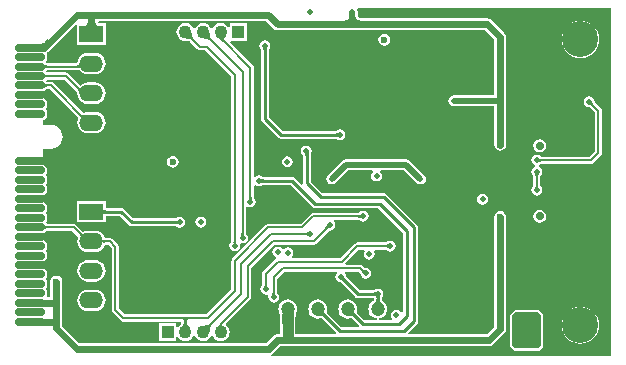
<source format=gbl>
G04*
G04 #@! TF.GenerationSoftware,Altium Limited,Altium Designer,19.0.4 (130)*
G04*
G04 Layer_Physical_Order=4*
G04 Layer_Color=8388608*
%FSLAX25Y25*%
%MOIN*%
G70*
G01*
G75*
%ADD10C,0.02362*%
%ADD11C,0.00787*%
%ADD13C,0.01000*%
G04:AMPARAMS|DCode=25|XSize=23.62mil|YSize=100.39mil|CornerRadius=0mil|HoleSize=0mil|Usage=FLASHONLY|Rotation=270.000|XOffset=0mil|YOffset=0mil|HoleType=Round|Shape=Octagon|*
%AMOCTAGOND25*
4,1,8,0.05020,0.00591,0.05020,-0.00591,0.04429,-0.01181,-0.04429,-0.01181,-0.05020,-0.00591,-0.05020,0.00591,-0.04429,0.01181,0.04429,0.01181,0.05020,0.00591,0.0*
%
%ADD25OCTAGOND25*%

%ADD60C,0.01968*%
%ADD62C,0.03543*%
%ADD65C,0.01575*%
%ADD66O,0.07874X0.05512*%
%ADD67R,0.07874X0.05512*%
%ADD68C,0.12000*%
%ADD69C,0.04331*%
%ADD70R,0.04331X0.04331*%
%ADD71C,0.02756*%
%ADD72O,0.06299X0.03937*%
%ADD73O,0.08268X0.03937*%
%ADD74C,0.02000*%
%ADD75C,0.02362*%
%ADD85C,0.04724*%
G36*
X27429Y113017D02*
X27465Y112614D01*
X27524Y112258D01*
X27606Y111949D01*
X27713Y111688D01*
X27843Y111474D01*
X27996Y111308D01*
X28173Y111189D01*
X28374Y111118D01*
X28598Y111094D01*
X23874D01*
X24098Y111118D01*
X24299Y111189D01*
X24476Y111308D01*
X24630Y111474D01*
X24760Y111688D01*
X24866Y111949D01*
X24949Y112258D01*
X25008Y112614D01*
X25043Y113017D01*
X25055Y113468D01*
X27417D01*
X27429Y113017D01*
D02*
G37*
G36*
X114252Y114413D02*
X114323Y114079D01*
X114441Y113784D01*
X114606Y113528D01*
X114819Y113311D01*
X115079Y113134D01*
X115386Y112996D01*
X115740Y112898D01*
X116142Y112839D01*
X116590Y112819D01*
X113244Y110457D01*
X109898Y112819D01*
X110346Y112839D01*
X110748Y112898D01*
X111102Y112996D01*
X111409Y113134D01*
X111669Y113311D01*
X111882Y113528D01*
X112047Y113783D01*
X112165Y114079D01*
X112236Y114413D01*
X112260Y114787D01*
X114228D01*
X114252Y114413D01*
D02*
G37*
G36*
X65617Y108729D02*
X65656Y108182D01*
X65693Y107940D01*
X65741Y107717D01*
X65800Y107515D01*
X65871Y107333D01*
X65953Y107171D01*
X66047Y107030D01*
X66151Y106909D01*
X65595Y106352D01*
X65474Y106457D01*
X65333Y106551D01*
X65171Y106633D01*
X64989Y106704D01*
X64787Y106763D01*
X64565Y106811D01*
X64322Y106848D01*
X64058Y106873D01*
X63471Y106890D01*
X65614Y109034D01*
X65617Y108729D01*
D02*
G37*
G36*
X59711D02*
X59750Y108182D01*
X59787Y107940D01*
X59835Y107717D01*
X59895Y107515D01*
X59965Y107333D01*
X60048Y107171D01*
X60141Y107030D01*
X60246Y106909D01*
X59689Y106352D01*
X59568Y106457D01*
X59427Y106551D01*
X59266Y106633D01*
X59084Y106704D01*
X58882Y106763D01*
X58659Y106811D01*
X58416Y106848D01*
X58153Y106873D01*
X57565Y106890D01*
X59709Y109034D01*
X59711Y108729D01*
D02*
G37*
G36*
X70766Y107386D02*
X70653Y107227D01*
X70569Y107071D01*
X70516Y106916D01*
X70491Y106764D01*
X70497Y106615D01*
X70532Y106468D01*
X70597Y106323D01*
X70692Y106180D01*
X70816Y106040D01*
X70049Y105693D01*
X69897Y105842D01*
X68994Y106621D01*
X68567Y106950D01*
X68101Y107289D01*
X70908Y107547D01*
X70766Y107386D01*
D02*
G37*
G36*
X13269Y105032D02*
X12793Y104563D01*
X11390Y103336D01*
X11164Y103191D01*
X10989Y103111D01*
X10864Y103095D01*
X10789Y103145D01*
X10764Y103259D01*
X8239Y105013D01*
X8450Y104906D01*
X8688Y104860D01*
X8954Y104875D01*
X9247Y104951D01*
X9567Y105088D01*
X9915Y105285D01*
X10290Y105544D01*
X10692Y105863D01*
X11122Y106242D01*
X11580Y106683D01*
X13269Y105032D01*
D02*
G37*
G36*
X22964Y96762D02*
X22925Y96835D01*
X22871Y96901D01*
X22801Y96959D01*
X22717Y97009D01*
X22617Y97052D01*
X22502Y97086D01*
X22372Y97113D01*
X22226Y97133D01*
X22065Y97144D01*
X21890Y97148D01*
X21578Y97935D01*
X21749Y97939D01*
X21899Y97951D01*
X22028Y97971D01*
X22135Y97999D01*
X22221Y98034D01*
X22285Y98078D01*
X22328Y98129D01*
X22350Y98188D01*
X22350Y98255D01*
X22329Y98330D01*
X22964Y96762D01*
D02*
G37*
G36*
X10571Y98254D02*
X10600Y98188D01*
X10650Y98128D01*
X10719Y98077D01*
X10808Y98034D01*
X10917Y97998D01*
X11046Y97971D01*
X11195Y97951D01*
X11363Y97939D01*
X11551Y97935D01*
Y97148D01*
X11363Y97144D01*
X11046Y97113D01*
X10917Y97085D01*
X10808Y97050D01*
X10719Y97006D01*
X10650Y96955D01*
X10600Y96896D01*
X10571Y96829D01*
X10561Y96754D01*
Y98329D01*
X10571Y98254D01*
D02*
G37*
G36*
Y95104D02*
X10600Y95037D01*
X10650Y94977D01*
X10719Y94926D01*
X10808Y94883D01*
X10917Y94848D01*
X11046Y94820D01*
X11195Y94800D01*
X11363Y94789D01*
X11551Y94785D01*
Y93997D01*
X11363Y93993D01*
X11046Y93962D01*
X10917Y93934D01*
X10808Y93899D01*
X10719Y93856D01*
X10650Y93804D01*
X10600Y93745D01*
X10571Y93678D01*
X10561Y93603D01*
Y95178D01*
X10571Y95104D01*
D02*
G37*
G36*
Y91953D02*
X10600Y91886D01*
X10650Y91827D01*
X10719Y91776D01*
X10808Y91732D01*
X10917Y91697D01*
X11046Y91669D01*
X11195Y91650D01*
X11363Y91638D01*
X11551Y91634D01*
Y90846D01*
X11363Y90842D01*
X11046Y90811D01*
X10917Y90783D01*
X10808Y90748D01*
X10719Y90705D01*
X10650Y90653D01*
X10600Y90594D01*
X10571Y90527D01*
X10561Y90453D01*
Y92027D01*
X10571Y91953D01*
D02*
G37*
G36*
X22195Y90397D02*
X22309Y90300D01*
X22412Y90225D01*
X22505Y90171D01*
X22588Y90138D01*
X22660Y90127D01*
X22723Y90137D01*
X22775Y90169D01*
X22817Y90222D01*
X22849Y90296D01*
X22316Y88613D01*
X22334Y88698D01*
X22337Y88788D01*
X22323Y88883D01*
X22294Y88983D01*
X22249Y89088D01*
X22188Y89198D01*
X22111Y89313D01*
X22019Y89433D01*
X21910Y89557D01*
X21786Y89687D01*
X22072Y90515D01*
X22195Y90397D01*
D02*
G37*
G36*
X199577Y58962D02*
Y11324D01*
Y964D01*
X85987D01*
X85937Y1464D01*
X86077Y1492D01*
X86729Y1927D01*
X89094Y4292D01*
X158764Y4292D01*
X159532Y4445D01*
X160183Y4880D01*
X163923Y8620D01*
X164358Y9271D01*
X164511Y10039D01*
Y47386D01*
X164358Y48154D01*
X163923Y48805D01*
X163272Y49240D01*
X162504Y49393D01*
X161736Y49240D01*
X161085Y48805D01*
X160650Y48154D01*
X160497Y47386D01*
Y10871D01*
X157932Y8306D01*
X132011D01*
X131804Y8806D01*
X134786Y11788D01*
X135071Y12214D01*
X135171Y12717D01*
Y43905D01*
X135071Y44408D01*
X134786Y44834D01*
X124747Y54873D01*
X124321Y55158D01*
X123819Y55257D01*
X103156D01*
X99297Y59117D01*
Y68168D01*
X99305Y68244D01*
X99310Y68273D01*
X99315Y68296D01*
X99316Y68298D01*
X99322Y68310D01*
X99327Y68327D01*
X99329Y68331D01*
X99329Y68333D01*
X99331Y68337D01*
X99534Y68641D01*
X99673Y69339D01*
X99534Y70036D01*
X99139Y70627D01*
X98548Y71022D01*
X97850Y71161D01*
X97153Y71022D01*
X96562Y70627D01*
X96167Y70036D01*
X96028Y69339D01*
X96167Y68641D01*
X96562Y68050D01*
X96669Y67978D01*
X96672Y67954D01*
Y58574D01*
X96692Y58470D01*
X96232Y58223D01*
X94109Y60346D01*
X93683Y60630D01*
X93181Y60730D01*
X83434D01*
X83422Y60731D01*
X83393Y60736D01*
X82847Y61101D01*
X82149Y61240D01*
X81452Y61101D01*
X80917Y60743D01*
X80669Y60808D01*
X80417Y60941D01*
Y97087D01*
X80325Y97548D01*
X80064Y97938D01*
X72400Y105602D01*
X72607Y106102D01*
X78213D01*
Y112008D01*
X72307D01*
Y110879D01*
X71807Y110709D01*
X71460Y111161D01*
X70843Y111634D01*
X70125Y111932D01*
X69354Y112033D01*
X68584Y111932D01*
X67865Y111634D01*
X67248Y111161D01*
X66775Y110544D01*
X66672Y110296D01*
X66131D01*
X66028Y110544D01*
X65555Y111161D01*
X64938Y111634D01*
X64220Y111932D01*
X63449Y112033D01*
X62678Y111932D01*
X61960Y111634D01*
X61343Y111161D01*
X60870Y110544D01*
X60767Y110296D01*
X60225D01*
X60123Y110544D01*
X59649Y111161D01*
X59032Y111634D01*
X58314Y111932D01*
X57543Y112033D01*
X56773Y111932D01*
X56054Y111634D01*
X55437Y111161D01*
X54964Y110544D01*
X54667Y109826D01*
X54565Y109055D01*
X54667Y108284D01*
X54964Y107566D01*
X55437Y106949D01*
X56054Y106476D01*
X56773Y106178D01*
X57543Y106077D01*
X57609Y106086D01*
X58103Y106072D01*
X58318Y106051D01*
X58514Y106021D01*
X58684Y105985D01*
X58824Y105943D01*
X58937Y105900D01*
X59022Y105856D01*
X59072Y105823D01*
X61574Y103322D01*
X61574Y103322D01*
X61964Y103061D01*
X62425Y102969D01*
X62425Y102969D01*
X64226D01*
X72812Y94383D01*
Y39294D01*
X72808Y39272D01*
X72801Y39246D01*
X72795Y39226D01*
X72788Y39210D01*
X72782Y39200D01*
X72727Y39163D01*
X72332Y38571D01*
X72193Y37874D01*
X72332Y37177D01*
X72727Y36585D01*
X73318Y36190D01*
X74016Y36052D01*
X74713Y36190D01*
X75304Y36585D01*
X75700Y37177D01*
X75838Y37874D01*
X75735Y38393D01*
X75736Y38395D01*
X76086Y38765D01*
X76128Y38786D01*
X76614Y38689D01*
X77312Y38828D01*
X77903Y39223D01*
X78298Y39814D01*
X78437Y40512D01*
X78298Y41209D01*
X77903Y41800D01*
X77848Y41837D01*
X77842Y41848D01*
X77835Y41863D01*
X77829Y41884D01*
X77822Y41910D01*
X77818Y41932D01*
Y50582D01*
X78318Y50849D01*
X78515Y50718D01*
X79213Y50579D01*
X79910Y50718D01*
X80501Y51113D01*
X80896Y51704D01*
X81035Y52402D01*
X80896Y53099D01*
X80501Y53690D01*
X80446Y53727D01*
X80441Y53737D01*
X80434Y53753D01*
X80427Y53773D01*
X80421Y53800D01*
X80417Y53821D01*
Y57893D01*
X80669Y58027D01*
X80917Y58091D01*
X81452Y57734D01*
X82149Y57595D01*
X82847Y57734D01*
X83393Y58099D01*
X83412Y58102D01*
X83447Y58105D01*
X92637D01*
X100001Y50741D01*
X100427Y50457D01*
X100929Y50357D01*
X121803D01*
X130002Y42157D01*
Y15727D01*
X129502Y15575D01*
X129210Y16013D01*
X128619Y16408D01*
X127921Y16547D01*
X127224Y16408D01*
X126633Y16013D01*
X126238Y15422D01*
X126099Y14724D01*
X126238Y14027D01*
X126528Y13592D01*
X126315Y13092D01*
X121988D01*
X121955Y13592D01*
X122499Y13664D01*
X123266Y13981D01*
X123924Y14486D01*
X124428Y15144D01*
X124746Y15910D01*
X124854Y16732D01*
X124746Y17555D01*
X124428Y18321D01*
X123924Y18979D01*
X123266Y19484D01*
X123112Y19547D01*
X123100Y19557D01*
X123074Y19573D01*
X123065Y19590D01*
X123049Y19634D01*
X123032Y19701D01*
X123018Y19791D01*
X123013Y19838D01*
Y20426D01*
X123015Y20439D01*
X123016Y20444D01*
X123408Y21031D01*
X123547Y21728D01*
X123408Y22426D01*
X123013Y23017D01*
X122422Y23412D01*
X121724Y23551D01*
X121027Y23412D01*
X120481Y23047D01*
X120462Y23044D01*
X120427Y23041D01*
X115619D01*
X111198Y27461D01*
X111191Y27470D01*
X111174Y27494D01*
X111046Y28138D01*
X110704Y28650D01*
X110794Y28952D01*
X110922Y29150D01*
X115416D01*
X115768Y28798D01*
X115780Y28780D01*
X115794Y28757D01*
X115804Y28738D01*
X115810Y28722D01*
X115814Y28711D01*
X115801Y28646D01*
X115939Y27948D01*
X116334Y27357D01*
X116926Y26962D01*
X117623Y26823D01*
X118321Y26962D01*
X118912Y27357D01*
X119307Y27948D01*
X119446Y28646D01*
X119307Y29343D01*
X118912Y29934D01*
X118321Y30329D01*
X117623Y30468D01*
X117558Y30455D01*
X117547Y30458D01*
X117531Y30465D01*
X117512Y30474D01*
X117489Y30488D01*
X117471Y30501D01*
X116766Y31206D01*
X116375Y31467D01*
X115914Y31559D01*
X115914Y31559D01*
X111134D01*
X110927Y32059D01*
X115367Y36498D01*
X117121D01*
X117389Y35998D01*
X117214Y35737D01*
X117075Y35039D01*
X117214Y34342D01*
X117609Y33751D01*
X118200Y33356D01*
X118898Y33217D01*
X119595Y33356D01*
X120186Y33751D01*
X120581Y34342D01*
X120720Y35039D01*
X120581Y35737D01*
X120407Y35998D01*
X120674Y36498D01*
X124407D01*
X124429Y36494D01*
X124455Y36488D01*
X124475Y36481D01*
X124491Y36474D01*
X124501Y36469D01*
X124538Y36414D01*
X125129Y36019D01*
X125827Y35880D01*
X126524Y36019D01*
X127115Y36414D01*
X127510Y37005D01*
X127649Y37702D01*
X127510Y38400D01*
X127115Y38991D01*
X126524Y39386D01*
X125827Y39525D01*
X125129Y39386D01*
X124538Y38991D01*
X124501Y38936D01*
X124491Y38930D01*
X124475Y38924D01*
X124455Y38917D01*
X124429Y38910D01*
X124407Y38907D01*
X114868D01*
X114407Y38815D01*
X114016Y38554D01*
X114016Y38554D01*
X109147Y33685D01*
X93101D01*
X92949Y34185D01*
X93049Y34251D01*
X93444Y34842D01*
X93582Y35539D01*
X93444Y36237D01*
X93049Y36828D01*
X92457Y37223D01*
X91760Y37362D01*
X91062Y37223D01*
X90471Y36828D01*
X90399Y36719D01*
X89797D01*
X89635Y36962D01*
X89044Y37357D01*
X88346Y37496D01*
X87649Y37357D01*
X87058Y36962D01*
X86663Y36371D01*
X86524Y35673D01*
X86663Y34976D01*
X87058Y34385D01*
X87649Y33990D01*
X87656Y33988D01*
X87761Y33457D01*
X87574Y33332D01*
X87574Y33332D01*
X83519Y29277D01*
X83258Y28886D01*
X83166Y28425D01*
X83166Y28425D01*
Y24766D01*
X83162Y24745D01*
X83156Y24718D01*
X83149Y24698D01*
X83142Y24682D01*
X83137Y24672D01*
X83081Y24635D01*
X82686Y24044D01*
X82548Y23347D01*
X82686Y22649D01*
X83081Y22058D01*
X83673Y21663D01*
X84370Y21524D01*
X84856Y21621D01*
X84899Y21600D01*
X85249Y21230D01*
X85249Y21228D01*
X85146Y20709D01*
X85285Y20011D01*
X85680Y19420D01*
X86271Y19025D01*
X86968Y18886D01*
X87666Y19025D01*
X88257Y19420D01*
X88652Y20011D01*
X88791Y20709D01*
X88652Y21406D01*
X88257Y21997D01*
X88202Y22034D01*
X88197Y22044D01*
X88190Y22060D01*
X88183Y22081D01*
X88176Y22107D01*
X88173Y22128D01*
Y26824D01*
X90499Y29150D01*
X107803D01*
X107931Y28952D01*
X108020Y28650D01*
X107678Y28138D01*
X107540Y27441D01*
X107678Y26744D01*
X108074Y26152D01*
X108665Y25757D01*
X109309Y25629D01*
X109325Y25618D01*
X109351Y25595D01*
X114147Y20800D01*
X114573Y20516D01*
X115075Y20416D01*
X120388D01*
Y19850D01*
X120384Y19802D01*
X120369Y19714D01*
X120353Y19649D01*
X120337Y19608D01*
X120332Y19597D01*
X120310Y19585D01*
X120288Y19566D01*
X120089Y19484D01*
X119431Y18979D01*
X118926Y18321D01*
X118609Y17555D01*
X118500Y16732D01*
X118609Y15910D01*
X118926Y15144D01*
X119431Y14486D01*
X120089Y13981D01*
X120855Y13664D01*
X121399Y13592D01*
X121366Y13092D01*
X117174D01*
X114806Y15460D01*
X114775Y15497D01*
X114722Y15570D01*
X114688Y15629D01*
X114669Y15669D01*
X114664Y15685D01*
X114671Y15712D01*
X114673Y15734D01*
X114746Y15910D01*
X114854Y16732D01*
X114746Y17555D01*
X114428Y18321D01*
X113924Y18979D01*
X113266Y19484D01*
X112499Y19801D01*
X111677Y19909D01*
X110855Y19801D01*
X110089Y19484D01*
X109431Y18979D01*
X108926Y18321D01*
X108609Y17555D01*
X108500Y16732D01*
X108609Y15910D01*
X108926Y15144D01*
X109431Y14486D01*
X110089Y13981D01*
X110855Y13664D01*
X111677Y13555D01*
X112499Y13664D01*
X112675Y13737D01*
X112698Y13738D01*
X112725Y13746D01*
X112740Y13741D01*
X112781Y13722D01*
X112839Y13687D01*
X112913Y13634D01*
X112950Y13604D01*
X115371Y11183D01*
X115163Y10683D01*
X109583D01*
X104806Y15460D01*
X104775Y15497D01*
X104722Y15570D01*
X104688Y15629D01*
X104669Y15669D01*
X104664Y15685D01*
X104671Y15712D01*
X104673Y15734D01*
X104746Y15910D01*
X104854Y16732D01*
X104746Y17555D01*
X104428Y18321D01*
X103923Y18979D01*
X103266Y19484D01*
X102499Y19801D01*
X101677Y19909D01*
X100855Y19801D01*
X100089Y19484D01*
X99431Y18979D01*
X98926Y18321D01*
X98609Y17555D01*
X98500Y16732D01*
X98609Y15910D01*
X98926Y15144D01*
X99431Y14486D01*
X100089Y13981D01*
X100855Y13664D01*
X101677Y13555D01*
X102499Y13664D01*
X102675Y13737D01*
X102698Y13738D01*
X102725Y13746D01*
X102740Y13741D01*
X102781Y13722D01*
X102839Y13687D01*
X102913Y13634D01*
X102950Y13604D01*
X107747Y8806D01*
X107540Y8306D01*
X94258D01*
Y13138D01*
X94266Y14933D01*
X94428Y15144D01*
X94746Y15910D01*
X94854Y16732D01*
X94746Y17555D01*
X94428Y18321D01*
X93923Y18979D01*
X93266Y19483D01*
X92499Y19801D01*
X91677Y19909D01*
X90855Y19801D01*
X90089Y19483D01*
X89431Y18979D01*
X88926Y18321D01*
X88609Y17555D01*
X88500Y16732D01*
X88609Y15910D01*
X88926Y15144D01*
X89081Y14942D01*
X89096Y12636D01*
Y8306D01*
X88262D01*
X87494Y8153D01*
X86843Y7718D01*
X84478Y5353D01*
X22249D01*
X16541Y11061D01*
Y12505D01*
Y25882D01*
X16388Y26650D01*
X15953Y27301D01*
X15302Y27736D01*
X14534Y27889D01*
X13766Y27736D01*
X13115Y27301D01*
X12680Y26650D01*
X12527Y25882D01*
Y20811D01*
X11629D01*
X11563Y20970D01*
Y22938D01*
X10972Y23529D01*
X11563Y24119D01*
Y26088D01*
X10972Y26679D01*
X11563Y27269D01*
Y29238D01*
X10579Y30222D01*
X10192D01*
Y32584D01*
X10579D01*
X11563Y33569D01*
Y35537D01*
X10972Y36128D01*
X11563Y36718D01*
Y38687D01*
X10579Y39671D01*
X10192D01*
Y42033D01*
X10579D01*
X11341Y42795D01*
X11365Y42797D01*
X19846D01*
X21844Y40799D01*
X21603Y40216D01*
X21481Y39291D01*
X21603Y38366D01*
X21960Y37504D01*
X22528Y36764D01*
X23268Y36196D01*
X24130Y35839D01*
X25055Y35717D01*
X27417D01*
X28342Y35839D01*
X29204Y36196D01*
X29945Y36764D01*
X30512Y37504D01*
X30754Y38087D01*
X31824D01*
X32930Y36981D01*
Y16465D01*
X32930Y16465D01*
X33021Y16004D01*
X33282Y15613D01*
X36007Y12889D01*
X36007Y12889D01*
X36397Y12628D01*
X36858Y12536D01*
X36858Y12536D01*
X55859D01*
X55880Y12528D01*
X55954Y12483D01*
X56035Y12395D01*
X56180Y12036D01*
X56178Y12032D01*
X56085Y11887D01*
X55972Y11735D01*
X55651Y11363D01*
X55496Y11206D01*
X55437Y11161D01*
X55090Y10709D01*
X54590Y10879D01*
Y12008D01*
X48685D01*
Y6102D01*
X54590D01*
Y7231D01*
X55090Y7401D01*
X55437Y6949D01*
X56054Y6476D01*
X56773Y6178D01*
X57543Y6077D01*
X58314Y6178D01*
X59032Y6476D01*
X59649Y6949D01*
X60123Y7566D01*
X60225Y7814D01*
X60767D01*
X60870Y7566D01*
X61343Y6949D01*
X61960Y6476D01*
X62678Y6178D01*
X63449Y6077D01*
X64220Y6178D01*
X64938Y6476D01*
X65555Y6949D01*
X66028Y7566D01*
X66131Y7814D01*
X66672D01*
X66775Y7566D01*
X67248Y6949D01*
X67865Y6476D01*
X68584Y6178D01*
X69354Y6077D01*
X70125Y6178D01*
X70843Y6476D01*
X71460Y6949D01*
X71934Y7566D01*
X72231Y8284D01*
X72333Y9055D01*
X72231Y9826D01*
X71934Y10544D01*
X71460Y11161D01*
X71162Y11390D01*
X71129Y11889D01*
X79198Y19958D01*
X79198Y19958D01*
X79459Y20349D01*
X79551Y20810D01*
Y30439D01*
X87277Y38166D01*
X100276D01*
X100276Y38166D01*
X100736Y38258D01*
X101127Y38519D01*
X105462Y42853D01*
X105480Y42866D01*
X105503Y42880D01*
X105522Y42889D01*
X105538Y42896D01*
X105549Y42899D01*
X105614Y42886D01*
X106312Y43025D01*
X106903Y43420D01*
X107298Y44011D01*
X107437Y44709D01*
X107298Y45406D01*
X106966Y45902D01*
X107078Y46246D01*
X107188Y46402D01*
X115356D01*
X115377Y46398D01*
X115404Y46392D01*
X115424Y46385D01*
X115440Y46378D01*
X115450Y46373D01*
X115487Y46318D01*
X116078Y45923D01*
X116776Y45784D01*
X117473Y45923D01*
X118064Y46318D01*
X118459Y46909D01*
X118598Y47606D01*
X118459Y48304D01*
X118064Y48895D01*
X117473Y49290D01*
X116776Y49429D01*
X116078Y49290D01*
X115487Y48895D01*
X115450Y48840D01*
X115440Y48834D01*
X115424Y48827D01*
X115404Y48821D01*
X115377Y48814D01*
X115356Y48810D01*
X100213D01*
X99752Y48719D01*
X99361Y48458D01*
X99361Y48458D01*
X96013Y45110D01*
X85235D01*
X84774Y45018D01*
X84384Y44757D01*
X84384Y44757D01*
X73211Y33585D01*
X72950Y33194D01*
X72859Y32733D01*
X72859Y32733D01*
Y23246D01*
X64557Y14944D01*
X37357D01*
X35338Y16963D01*
Y37480D01*
X35246Y37941D01*
X34985Y38332D01*
X34985Y38332D01*
X33174Y40143D01*
X33174Y40143D01*
X32784Y40404D01*
X32323Y40496D01*
X32323Y40496D01*
X30754D01*
X30512Y41078D01*
X29945Y41818D01*
X29204Y42386D01*
X28342Y42743D01*
X27417Y42865D01*
X25055D01*
X24130Y42743D01*
X23547Y42502D01*
X21196Y44853D01*
X20806Y45114D01*
X20345Y45206D01*
X20345Y45206D01*
X11343D01*
X10972Y45577D01*
X11563Y46167D01*
Y48136D01*
X10972Y48726D01*
X11563Y49317D01*
Y51285D01*
X10579Y52270D01*
X10192D01*
Y54632D01*
X10579D01*
X11563Y55616D01*
Y57585D01*
X10972Y58175D01*
X11563Y58766D01*
Y60734D01*
X10972Y61325D01*
X11563Y61915D01*
Y63884D01*
X10579Y64868D01*
X10192D01*
Y70109D01*
X12639D01*
X12639Y70095D01*
X12839Y70109D01*
X13021Y70145D01*
X13119Y70158D01*
X13119Y70158D01*
X13681Y70232D01*
X14652Y70634D01*
X15485Y71273D01*
X16125Y72107D01*
X16527Y73077D01*
X16664Y74119D01*
X16527Y75161D01*
X16125Y76131D01*
X15485Y76965D01*
X14652Y77605D01*
X13681Y78007D01*
X13119Y78081D01*
X13021Y78094D01*
X12839Y78130D01*
X12639Y78144D01*
Y78130D01*
X12639Y78130D01*
X10192D01*
Y79819D01*
X10579D01*
X11563Y80803D01*
Y82772D01*
X10972Y83363D01*
X11563Y83954D01*
Y85922D01*
X10579Y86907D01*
X10192D01*
Y89271D01*
X10579D01*
X11341Y90033D01*
X11365Y90036D01*
X12269D01*
X21879Y80426D01*
X21603Y79760D01*
X21481Y78835D01*
X21603Y77910D01*
X21960Y77048D01*
X22528Y76307D01*
X23268Y75740D01*
X24130Y75383D01*
X25055Y75261D01*
X27417D01*
X28342Y75383D01*
X29204Y75740D01*
X29945Y76307D01*
X30512Y77048D01*
X30869Y77910D01*
X30991Y78835D01*
X30869Y79760D01*
X30512Y80622D01*
X29945Y81362D01*
X29204Y81930D01*
X28342Y82287D01*
X27417Y82408D01*
X25055D01*
X24130Y82287D01*
X23631Y82080D01*
X23626Y82085D01*
X13619Y92092D01*
X13229Y92353D01*
X12768Y92444D01*
X12768Y92444D01*
X11343D01*
X10972Y92816D01*
X11341Y93184D01*
X11365Y93187D01*
X17140D01*
X21359Y88968D01*
X21398Y88923D01*
X21459Y88844D01*
X21496Y88789D01*
X21481Y88677D01*
X21603Y87752D01*
X21960Y86890D01*
X22528Y86150D01*
X23268Y85582D01*
X24130Y85225D01*
X25055Y85103D01*
X27417D01*
X28342Y85225D01*
X29204Y85582D01*
X29945Y86150D01*
X30512Y86890D01*
X30869Y87752D01*
X30991Y88677D01*
X30869Y89602D01*
X30512Y90464D01*
X29945Y91204D01*
X29204Y91772D01*
X28342Y92129D01*
X27417Y92251D01*
X25055D01*
X24130Y92129D01*
X23268Y91772D01*
X22528Y91205D01*
X18490Y95242D01*
X18100Y95503D01*
X17639Y95595D01*
X17639Y95595D01*
X11343D01*
X10972Y95966D01*
X11341Y96335D01*
X11365Y96338D01*
X22090D01*
X22144Y96334D01*
X22237Y96321D01*
X22283Y96312D01*
X22528Y95993D01*
X23268Y95425D01*
X24130Y95068D01*
X25055Y94946D01*
X27417D01*
X28342Y95068D01*
X29204Y95425D01*
X29945Y95993D01*
X30512Y96733D01*
X30869Y97595D01*
X30991Y98520D01*
X30869Y99445D01*
X30512Y100307D01*
X29945Y101047D01*
X29204Y101615D01*
X28342Y101972D01*
X27417Y102094D01*
X25055D01*
X24130Y101972D01*
X23268Y101615D01*
X22528Y101047D01*
X21960Y100307D01*
X21603Y99445D01*
X21511Y98746D01*
X11343D01*
X10972Y99117D01*
X11563Y99708D01*
Y101677D01*
X11500Y101740D01*
X11549Y102237D01*
X11830Y102424D01*
X21012Y111607D01*
X21512Y111399D01*
Y104819D01*
X30961D01*
Y111906D01*
X28736D01*
X28517Y112275D01*
X28717Y112622D01*
X28798Y112709D01*
X84388D01*
X86879Y110219D01*
X87530Y109783D01*
X88298Y109631D01*
X157389D01*
X160450Y106570D01*
Y87966D01*
X147222D01*
X147142Y87982D01*
X147061Y87966D01*
X147008D01*
X146317Y87828D01*
X145730Y87436D01*
X145339Y86851D01*
X145201Y86159D01*
X145339Y85468D01*
X145730Y84882D01*
X146317Y84490D01*
X147008Y84353D01*
X147061D01*
X147142Y84337D01*
X147222Y84353D01*
X160450D01*
Y71480D01*
X160602Y70712D01*
X161038Y70061D01*
X161689Y69626D01*
X162457Y69473D01*
X163225Y69626D01*
X163876Y70061D01*
X164311Y70712D01*
X164464Y71480D01*
Y85535D01*
Y107402D01*
X164311Y108170D01*
X163876Y108821D01*
X159640Y113057D01*
X158989Y113492D01*
X158221Y113645D01*
X116177D01*
X115907Y113685D01*
X115659Y113753D01*
X115472Y113837D01*
X115336Y113930D01*
X115236Y114032D01*
X115157Y114154D01*
X115094Y114313D01*
X115050Y114518D01*
Y115510D01*
X115067Y115591D01*
X114928Y116288D01*
X114813Y116459D01*
X115081Y116959D01*
X199577D01*
Y58962D01*
D02*
G37*
G36*
X23042Y81528D02*
X23158Y81428D01*
X23267Y81347D01*
X23369Y81284D01*
X23464Y81238D01*
X23552Y81211D01*
X23634Y81201D01*
X23708Y81210D01*
X23775Y81236D01*
X23836Y81281D01*
X22691Y80208D01*
X22739Y80265D01*
X22769Y80329D01*
X22780Y80400D01*
X22774Y80479D01*
X22749Y80564D01*
X22706Y80657D01*
X22644Y80757D01*
X22565Y80864D01*
X22467Y80979D01*
X22351Y81100D01*
X22919Y81645D01*
X23042Y81528D01*
D02*
G37*
G36*
X98610Y68681D02*
X98584Y68630D01*
X98560Y68572D01*
X98540Y68507D01*
X98523Y68435D01*
X98509Y68355D01*
X98491Y68175D01*
X98486Y68073D01*
X98484Y67965D01*
X97484Y67808D01*
X97482Y67915D01*
X97463Y68107D01*
X97447Y68192D01*
X97426Y68268D01*
X97401Y68338D01*
X97371Y68399D01*
X97336Y68453D01*
X97296Y68499D01*
X97252Y68537D01*
X98640Y68725D01*
X98610Y68681D01*
D02*
G37*
G36*
X82906Y60079D02*
X82956Y60045D01*
X83014Y60015D01*
X83078Y59989D01*
X83150Y59967D01*
X83228Y59949D01*
X83314Y59935D01*
X83408Y59925D01*
X83615Y59917D01*
Y58917D01*
X83508Y58915D01*
X83314Y58899D01*
X83228Y58885D01*
X83150Y58867D01*
X83078Y58845D01*
X83014Y58819D01*
X82956Y58789D01*
X82906Y58755D01*
X82864Y58717D01*
Y60117D01*
X82906Y60079D01*
D02*
G37*
G36*
X79609Y53822D02*
X79619Y53727D01*
X79634Y53636D01*
X79655Y53550D01*
X79683Y53467D01*
X79717Y53389D01*
X79756Y53314D01*
X79802Y53244D01*
X79854Y53178D01*
X79913Y53116D01*
X78513D01*
X78571Y53178D01*
X78623Y53244D01*
X78669Y53314D01*
X78709Y53389D01*
X78742Y53467D01*
X78770Y53550D01*
X78791Y53636D01*
X78807Y53727D01*
X78816Y53822D01*
X78819Y53921D01*
X79606D01*
X79609Y53822D01*
D02*
G37*
G36*
X116061Y46906D02*
X115999Y46964D01*
X115933Y47017D01*
X115863Y47063D01*
X115788Y47102D01*
X115710Y47136D01*
X115628Y47164D01*
X115541Y47185D01*
X115450Y47200D01*
X115355Y47210D01*
X115256Y47213D01*
Y48000D01*
X115355Y48003D01*
X115450Y48012D01*
X115541Y48028D01*
X115628Y48049D01*
X115710Y48077D01*
X115788Y48110D01*
X115863Y48150D01*
X115933Y48196D01*
X115999Y48248D01*
X116061Y48306D01*
Y46906D01*
D02*
G37*
G36*
X105604Y43709D02*
X105519Y43706D01*
X105436Y43696D01*
X105353Y43679D01*
X105273Y43654D01*
X105193Y43623D01*
X105115Y43584D01*
X105039Y43538D01*
X104964Y43484D01*
X104890Y43424D01*
X104818Y43356D01*
X104262Y43913D01*
X104329Y43985D01*
X104390Y44058D01*
X104443Y44133D01*
X104489Y44210D01*
X104528Y44288D01*
X104560Y44367D01*
X104584Y44448D01*
X104601Y44530D01*
X104611Y44614D01*
X104614Y44699D01*
X105604Y43709D01*
D02*
G37*
G36*
X10571Y44714D02*
X10600Y44647D01*
X10650Y44588D01*
X10719Y44537D01*
X10808Y44494D01*
X10917Y44458D01*
X11046Y44431D01*
X11195Y44411D01*
X11363Y44399D01*
X11551Y44395D01*
Y43608D01*
X11363Y43604D01*
X11046Y43573D01*
X10917Y43545D01*
X10808Y43510D01*
X10719Y43466D01*
X10650Y43415D01*
X10600Y43356D01*
X10571Y43289D01*
X10561Y43214D01*
Y44789D01*
X10571Y44714D01*
D02*
G37*
G36*
X77011Y41932D02*
X77020Y41837D01*
X77035Y41747D01*
X77057Y41660D01*
X77084Y41577D01*
X77118Y41499D01*
X77158Y41425D01*
X77204Y41354D01*
X77256Y41288D01*
X77314Y41226D01*
X75914D01*
X75972Y41288D01*
X76024Y41354D01*
X76070Y41425D01*
X76110Y41499D01*
X76144Y41577D01*
X76171Y41660D01*
X76193Y41747D01*
X76208Y41837D01*
X76217Y41932D01*
X76221Y42031D01*
X77008D01*
X77011Y41932D01*
D02*
G37*
G36*
X98378Y40987D02*
X98315Y41044D01*
X98248Y41095D01*
X98177Y41140D01*
X98102Y41179D01*
X98023Y41212D01*
X97939Y41239D01*
X97853Y41260D01*
X97762Y41275D01*
X97667Y41284D01*
X97568Y41287D01*
X97551Y42075D01*
X97650Y42078D01*
X97745Y42087D01*
X97836Y42103D01*
X97922Y42125D01*
X98004Y42153D01*
X98082Y42187D01*
X98155Y42228D01*
X98225Y42274D01*
X98290Y42327D01*
X98351Y42387D01*
X98378Y40987D01*
D02*
G37*
G36*
X22977Y41932D02*
X23092Y41833D01*
X23200Y41753D01*
X23301Y41691D01*
X23395Y41646D01*
X23482Y41620D01*
X23562Y41612D01*
X23634Y41622D01*
X23700Y41650D01*
X23759Y41696D01*
X22650Y40588D01*
X22696Y40646D01*
X22725Y40712D01*
X22735Y40785D01*
X22726Y40865D01*
X22700Y40952D01*
X22656Y41046D01*
X22593Y41147D01*
X22513Y41255D01*
X22414Y41370D01*
X22298Y41492D01*
X22854Y42049D01*
X22977Y41932D01*
D02*
G37*
G36*
X74413Y39294D02*
X74422Y39200D01*
X74437Y39109D01*
X74458Y39022D01*
X74486Y38940D01*
X74520Y38861D01*
X74559Y38787D01*
X74606Y38716D01*
X74658Y38650D01*
X74716Y38588D01*
X73316D01*
X73374Y38650D01*
X73426Y38716D01*
X73472Y38787D01*
X73512Y38861D01*
X73545Y38940D01*
X73573Y39022D01*
X73594Y39109D01*
X73610Y39200D01*
X73619Y39294D01*
X73622Y39393D01*
X74410D01*
X74413Y39294D01*
D02*
G37*
G36*
X30043Y40001D02*
X30070Y39935D01*
X30114Y39876D01*
X30177Y39825D01*
X30257Y39783D01*
X30354Y39748D01*
X30470Y39720D01*
X30603Y39701D01*
X30754Y39689D01*
X30923Y39685D01*
Y38898D01*
X30754Y38894D01*
X30603Y38882D01*
X30470Y38862D01*
X30354Y38835D01*
X30257Y38800D01*
X30177Y38757D01*
X30114Y38706D01*
X30070Y38648D01*
X30043Y38582D01*
X30034Y38507D01*
Y40075D01*
X30043Y40001D01*
D02*
G37*
G36*
X125113Y37002D02*
X125050Y37061D01*
X124984Y37113D01*
X124914Y37159D01*
X124840Y37198D01*
X124761Y37232D01*
X124679Y37260D01*
X124592Y37281D01*
X124501Y37297D01*
X124407Y37306D01*
X124308Y37309D01*
Y38096D01*
X124407Y38099D01*
X124501Y38108D01*
X124592Y38124D01*
X124679Y38145D01*
X124761Y38173D01*
X124840Y38206D01*
X124914Y38246D01*
X124984Y38292D01*
X125050Y38344D01*
X125113Y38402D01*
Y37002D01*
D02*
G37*
G36*
X116899Y29930D02*
X116973Y29870D01*
X117048Y29817D01*
X117124Y29770D01*
X117202Y29732D01*
X117281Y29700D01*
X117362Y29676D01*
X117444Y29658D01*
X117528Y29648D01*
X117613Y29646D01*
X116623Y28656D01*
X116620Y28741D01*
X116610Y28824D01*
X116593Y28907D01*
X116569Y28987D01*
X116537Y29067D01*
X116498Y29144D01*
X116452Y29221D01*
X116399Y29296D01*
X116338Y29369D01*
X116270Y29442D01*
X116827Y29998D01*
X116899Y29930D01*
D02*
G37*
G36*
X110366Y27374D02*
X110377Y27314D01*
X110396Y27253D01*
X110423Y27189D01*
X110458Y27123D01*
X110501Y27054D01*
X110552Y26983D01*
X110611Y26911D01*
X110752Y26758D01*
X110045Y26051D01*
X109968Y26125D01*
X109820Y26251D01*
X109749Y26302D01*
X109680Y26345D01*
X109614Y26380D01*
X109550Y26407D01*
X109489Y26426D01*
X109429Y26438D01*
X109372Y26441D01*
X110362Y27431D01*
X110366Y27374D01*
D02*
G37*
G36*
X84767Y24767D02*
X84776Y24672D01*
X84791Y24581D01*
X84813Y24495D01*
X84840Y24412D01*
X84874Y24333D01*
X84914Y24259D01*
X84960Y24189D01*
X85012Y24123D01*
X85070Y24061D01*
X83670D01*
X83728Y24123D01*
X83780Y24189D01*
X83826Y24259D01*
X83866Y24333D01*
X83900Y24412D01*
X83927Y24495D01*
X83949Y24581D01*
X83964Y24672D01*
X83973Y24767D01*
X83976Y24866D01*
X84764D01*
X84767Y24767D01*
D02*
G37*
G36*
X87365Y22129D02*
X87375Y22034D01*
X87390Y21943D01*
X87411Y21857D01*
X87439Y21774D01*
X87472Y21696D01*
X87512Y21621D01*
X87558Y21551D01*
X87610Y21485D01*
X87669Y21423D01*
X86269D01*
X86327Y21485D01*
X86379Y21551D01*
X86425Y21621D01*
X86465Y21696D01*
X86498Y21774D01*
X86526Y21857D01*
X86547Y21943D01*
X86563Y22034D01*
X86572Y22129D01*
X86575Y22228D01*
X87362D01*
X87365Y22129D01*
D02*
G37*
G36*
X121010Y21031D02*
X122407Y20998D01*
X122368Y20956D01*
X122333Y20906D01*
X122302Y20849D01*
X122275Y20785D01*
X122252Y20714D01*
X122234Y20636D01*
X122219Y20550D01*
X122209Y20457D01*
X122201Y20249D01*
X121201Y20276D01*
X121199Y20384D01*
X121183Y20578D01*
X121170Y20664D01*
X121152Y20743D01*
X121131Y20815D01*
X121106Y20880D01*
X121077Y20937D01*
X121044Y20988D01*
X121009Y21030D01*
X120967Y21066D01*
X120917Y21100D01*
X120860Y21130D01*
X120796Y21156D01*
X120724Y21178D01*
X120645Y21196D01*
X120560Y21210D01*
X120466Y21220D01*
X120258Y21228D01*
Y22228D01*
X120366Y22230D01*
X120560Y22246D01*
X120645Y22260D01*
X120724Y22278D01*
X120796Y22300D01*
X120860Y22326D01*
X120917Y22356D01*
X120967Y22390D01*
X121010Y22428D01*
Y21031D01*
D02*
G37*
G36*
X122201Y20036D02*
X122206Y19856D01*
X122221Y19690D01*
X122246Y19537D01*
X122280Y19399D01*
X122325Y19275D01*
X122380Y19165D01*
X122445Y19068D01*
X122519Y18986D01*
X122604Y18917D01*
X122698Y18862D01*
X120699Y18882D01*
X120794Y18935D01*
X120879Y19002D01*
X120955Y19083D01*
X121020Y19178D01*
X121075Y19287D01*
X121120Y19411D01*
X121156Y19548D01*
X121181Y19700D01*
X121196Y19866D01*
X121201Y20046D01*
X122201Y20036D01*
D02*
G37*
G36*
X113868Y15821D02*
X113856Y15713D01*
X113861Y15602D01*
X113883Y15488D01*
X113922Y15372D01*
X113977Y15252D01*
X114050Y15130D01*
X114140Y15005D01*
X114247Y14877D01*
X114370Y14746D01*
X113663Y14039D01*
X113532Y14163D01*
X113405Y14270D01*
X113279Y14359D01*
X113157Y14432D01*
X113038Y14488D01*
X112921Y14527D01*
X112807Y14548D01*
X112697Y14553D01*
X112589Y14541D01*
X112483Y14512D01*
X113898Y15926D01*
X113868Y15821D01*
D02*
G37*
G36*
X103868D02*
X103856Y15713D01*
X103861Y15602D01*
X103883Y15488D01*
X103922Y15372D01*
X103977Y15252D01*
X104050Y15130D01*
X104140Y15005D01*
X104247Y14877D01*
X104370Y14746D01*
X103663Y14039D01*
X103532Y14163D01*
X103404Y14270D01*
X103279Y14359D01*
X103157Y14432D01*
X103038Y14488D01*
X102921Y14527D01*
X102807Y14548D01*
X102697Y14553D01*
X102588Y14541D01*
X102483Y14512D01*
X103898Y15926D01*
X103868Y15821D01*
D02*
G37*
G36*
X58724Y13347D02*
X58575Y13339D01*
X58441Y13315D01*
X58323Y13276D01*
X58220Y13220D01*
X58134Y13150D01*
X58063Y13063D01*
X58008Y12961D01*
X57968Y12843D01*
X57945Y12709D01*
X57937Y12559D01*
X57150D01*
X57142Y12709D01*
X57118Y12843D01*
X57079Y12961D01*
X57024Y13063D01*
X56953Y13150D01*
X56866Y13220D01*
X56764Y13276D01*
X56646Y13315D01*
X56512Y13339D01*
X56362Y13347D01*
X57543Y14134D01*
X58724Y13347D01*
D02*
G37*
G36*
X93468Y15156D02*
X93464Y15045D01*
X93449Y11626D01*
X89906D01*
X89882Y15197D01*
X93472D01*
X93468Y15156D01*
D02*
G37*
G36*
X69751Y11701D02*
X69760Y11594D01*
X69775Y11498D01*
X69797Y11411D01*
X69824Y11335D01*
X69857Y11269D01*
X69897Y11213D01*
X69942Y11167D01*
X69994Y11131D01*
X70051Y11105D01*
X68657D01*
X68715Y11131D01*
X68767Y11167D01*
X68812Y11213D01*
X68852Y11269D01*
X68885Y11335D01*
X68912Y11411D01*
X68933Y11498D01*
X68949Y11594D01*
X68958Y11701D01*
X68961Y11818D01*
X69748D01*
X69751Y11701D01*
D02*
G37*
G36*
X57948Y12324D02*
X57982Y12158D01*
X58038Y11986D01*
X58117Y11807D01*
X58218Y11622D01*
X58341Y11430D01*
X58487Y11233D01*
X58655Y11029D01*
X59059Y10601D01*
X56028D01*
X56241Y10818D01*
X56600Y11233D01*
X56746Y11430D01*
X56869Y11622D01*
X56970Y11807D01*
X57049Y11986D01*
X57105Y12158D01*
X57138Y12324D01*
X57150Y12484D01*
X57937D01*
X57948Y12324D01*
D02*
G37*
G36*
X66151Y11201D02*
X66047Y11080D01*
X65953Y10939D01*
X65871Y10778D01*
X65800Y10596D01*
X65741Y10393D01*
X65693Y10171D01*
X65656Y9928D01*
X65631Y9664D01*
X65614Y9077D01*
X63471Y11220D01*
X63775Y11223D01*
X64322Y11262D01*
X64565Y11299D01*
X64787Y11347D01*
X64989Y11406D01*
X65171Y11477D01*
X65333Y11559D01*
X65474Y11653D01*
X65595Y11758D01*
X66151Y11201D01*
D02*
G37*
%LPC*%
G36*
X123881Y108472D02*
X123113Y108319D01*
X122461Y107884D01*
X122026Y107233D01*
X121874Y106465D01*
X122026Y105696D01*
X122461Y105045D01*
X123113Y104610D01*
X123881Y104457D01*
X124649Y104610D01*
X125300Y105045D01*
X125735Y105696D01*
X125888Y106465D01*
X125735Y107233D01*
X125300Y107884D01*
X124649Y108319D01*
X123881Y108472D01*
D02*
G37*
G36*
X189217Y112785D02*
X188011Y112666D01*
X186850Y112314D01*
X185781Y111742D01*
X184844Y110973D01*
X184074Y110036D01*
X183503Y108967D01*
X183151Y107806D01*
X183032Y106599D01*
X183151Y105393D01*
X183503Y104233D01*
X184074Y103163D01*
X184844Y102226D01*
X185781Y101457D01*
X186850Y100885D01*
X188011Y100533D01*
X189217Y100414D01*
X190424Y100533D01*
X191584Y100885D01*
X192654Y101457D01*
X193591Y102226D01*
X194360Y103163D01*
X194932Y104233D01*
X195284Y105393D01*
X195403Y106599D01*
X195284Y107806D01*
X194932Y108967D01*
X194360Y110036D01*
X193591Y110973D01*
X192654Y111742D01*
X191584Y112314D01*
X190424Y112666D01*
X189217Y112785D01*
D02*
G37*
G36*
X84055Y106232D02*
X83358Y106093D01*
X82766Y105698D01*
X82371Y105107D01*
X82233Y104409D01*
X82371Y103712D01*
X82737Y103165D01*
X82740Y103147D01*
X82743Y103112D01*
Y80158D01*
X82842Y79655D01*
X83127Y79229D01*
X88505Y73851D01*
X88931Y73567D01*
X89433Y73467D01*
X107810D01*
X107822Y73466D01*
X107851Y73461D01*
X108397Y73096D01*
X109095Y72957D01*
X109792Y73096D01*
X110383Y73491D01*
X110778Y74082D01*
X110917Y74779D01*
X110778Y75477D01*
X110383Y76068D01*
X109792Y76463D01*
X109095Y76602D01*
X108397Y76463D01*
X107851Y76098D01*
X107832Y76095D01*
X107797Y76092D01*
X89977D01*
X85368Y80701D01*
Y103125D01*
X85369Y103137D01*
X85374Y103165D01*
X85739Y103712D01*
X85878Y104409D01*
X85739Y105107D01*
X85344Y105698D01*
X84753Y106093D01*
X84055Y106232D01*
D02*
G37*
G36*
X175679Y73326D02*
X174834Y73158D01*
X174118Y72680D01*
X173639Y71963D01*
X173471Y71118D01*
X173639Y70273D01*
X174118Y69557D01*
X174834Y69078D01*
X175679Y68910D01*
X176524Y69078D01*
X177240Y69557D01*
X177719Y70273D01*
X177887Y71118D01*
X177719Y71963D01*
X177240Y72680D01*
X176524Y73158D01*
X175679Y73326D01*
D02*
G37*
G36*
X192173Y87626D02*
X191476Y87487D01*
X190885Y87092D01*
X190490Y86501D01*
X190351Y85803D01*
X190490Y85106D01*
X190885Y84514D01*
X191476Y84119D01*
X192173Y83981D01*
X192238Y83994D01*
X192249Y83990D01*
X192265Y83984D01*
X192285Y83974D01*
X192308Y83960D01*
X192326Y83948D01*
X194032Y82241D01*
Y69373D01*
X192139Y67480D01*
X176095D01*
X176074Y67483D01*
X176047Y67490D01*
X176027Y67497D01*
X176011Y67503D01*
X176001Y67509D01*
X175964Y67564D01*
X175373Y67959D01*
X174675Y68098D01*
X173978Y67959D01*
X173387Y67564D01*
X172992Y66973D01*
X172853Y66275D01*
X172992Y65578D01*
X173387Y64987D01*
X173978Y64592D01*
X174034Y64581D01*
Y64071D01*
X173988Y64062D01*
X173396Y63667D01*
X173001Y63075D01*
X172863Y62378D01*
X173001Y61681D01*
X173396Y61089D01*
X173452Y61052D01*
X173457Y61042D01*
X173464Y61026D01*
X173471Y61006D01*
X173477Y60980D01*
X173481Y60958D01*
Y57774D01*
X173477Y57753D01*
X173471Y57726D01*
X173464Y57706D01*
X173457Y57690D01*
X173452Y57680D01*
X173396Y57643D01*
X173001Y57052D01*
X172863Y56354D01*
X173001Y55657D01*
X173396Y55066D01*
X173988Y54671D01*
X174685Y54532D01*
X175382Y54671D01*
X175974Y55066D01*
X176369Y55657D01*
X176507Y56354D01*
X176369Y57052D01*
X175974Y57643D01*
X175918Y57680D01*
X175913Y57690D01*
X175906Y57706D01*
X175899Y57726D01*
X175893Y57753D01*
X175889Y57774D01*
Y60958D01*
X175893Y60980D01*
X175899Y61006D01*
X175906Y61026D01*
X175913Y61042D01*
X175918Y61052D01*
X175974Y61089D01*
X176369Y61681D01*
X176507Y62378D01*
X176369Y63075D01*
X175974Y63667D01*
X175382Y64062D01*
X175327Y64073D01*
Y64583D01*
X175373Y64592D01*
X175964Y64987D01*
X176001Y65042D01*
X176011Y65047D01*
X176027Y65054D01*
X176047Y65061D01*
X176074Y65067D01*
X176095Y65071D01*
X192638D01*
X192638Y65071D01*
X193098Y65163D01*
X193489Y65424D01*
X196088Y68023D01*
X196349Y68413D01*
X196440Y68874D01*
X196440Y68874D01*
Y82740D01*
X196349Y83201D01*
X196088Y83592D01*
X194029Y85651D01*
X194016Y85669D01*
X194002Y85692D01*
X193992Y85711D01*
X193986Y85727D01*
X193983Y85738D01*
X193996Y85803D01*
X193857Y86501D01*
X193462Y87092D01*
X192871Y87487D01*
X192173Y87626D01*
D02*
G37*
G36*
X91559Y67681D02*
X90862Y67542D01*
X90270Y67147D01*
X89875Y66556D01*
X89737Y65858D01*
X89875Y65161D01*
X90270Y64570D01*
X90862Y64175D01*
X91559Y64036D01*
X92256Y64175D01*
X92848Y64570D01*
X93243Y65161D01*
X93382Y65858D01*
X93243Y66556D01*
X92848Y67147D01*
X92256Y67542D01*
X91559Y67681D01*
D02*
G37*
G36*
X53403Y67804D02*
X52635Y67652D01*
X51984Y67217D01*
X51549Y66566D01*
X51396Y65798D01*
X51549Y65029D01*
X51984Y64378D01*
X52635Y63943D01*
X53403Y63790D01*
X54172Y63943D01*
X54823Y64378D01*
X55258Y65029D01*
X55410Y65798D01*
X55258Y66566D01*
X54823Y67217D01*
X54172Y67652D01*
X53403Y67804D01*
D02*
G37*
G36*
X131228Y66594D02*
X110968D01*
X110277Y66456D01*
X109691Y66065D01*
X105063Y61437D01*
X104995Y61391D01*
X104600Y60800D01*
X104461Y60102D01*
X104600Y59405D01*
X104995Y58814D01*
X105586Y58419D01*
X106283Y58280D01*
X106981Y58419D01*
X107572Y58814D01*
X107618Y58882D01*
X111717Y62981D01*
X119864D01*
X120016Y62481D01*
X119987Y62462D01*
X119592Y61871D01*
X119453Y61173D01*
X119592Y60476D01*
X119987Y59885D01*
X120578Y59490D01*
X121276Y59351D01*
X121973Y59490D01*
X122564Y59885D01*
X122959Y60476D01*
X123098Y61173D01*
X122959Y61871D01*
X122564Y62462D01*
X122536Y62481D01*
X122687Y62981D01*
X130480D01*
X134579Y58882D01*
X134625Y58814D01*
X135216Y58419D01*
X135913Y58280D01*
X136611Y58419D01*
X137202Y58814D01*
X137597Y59405D01*
X137736Y60102D01*
X137597Y60800D01*
X137202Y61391D01*
X137134Y61437D01*
X132506Y66065D01*
X131920Y66456D01*
X131228Y66594D01*
D02*
G37*
G36*
X156608Y55169D02*
X155911Y55030D01*
X155319Y54635D01*
X154924Y54044D01*
X154786Y53347D01*
X154924Y52649D01*
X155319Y52058D01*
X155911Y51663D01*
X156608Y51524D01*
X157306Y51663D01*
X157897Y52058D01*
X158292Y52649D01*
X158431Y53347D01*
X158292Y54044D01*
X157897Y54635D01*
X157306Y55030D01*
X156608Y55169D01*
D02*
G37*
G36*
X175679Y49861D02*
X174834Y49693D01*
X174118Y49215D01*
X173639Y48498D01*
X173471Y47653D01*
X173639Y46808D01*
X174118Y46092D01*
X174834Y45614D01*
X175679Y45445D01*
X176524Y45614D01*
X177240Y46092D01*
X177719Y46808D01*
X177887Y47653D01*
X177719Y48498D01*
X177240Y49215D01*
X176524Y49693D01*
X175679Y49861D01*
D02*
G37*
G36*
X62646Y47439D02*
X61948Y47301D01*
X61357Y46906D01*
X60962Y46314D01*
X60823Y45617D01*
X60962Y44919D01*
X61357Y44328D01*
X61948Y43933D01*
X62646Y43795D01*
X63343Y43933D01*
X63934Y44328D01*
X64329Y44919D01*
X64468Y45617D01*
X64329Y46314D01*
X63934Y46906D01*
X63343Y47301D01*
X62646Y47439D01*
D02*
G37*
G36*
X30961Y52677D02*
X21512D01*
Y45591D01*
X30961D01*
Y47821D01*
X35637D01*
X38770Y44689D01*
X39196Y44404D01*
X39698Y44304D01*
X54322D01*
X54334Y44303D01*
X54362Y44298D01*
X54909Y43933D01*
X55606Y43795D01*
X56304Y43933D01*
X56895Y44328D01*
X57290Y44919D01*
X57429Y45617D01*
X57290Y46314D01*
X56895Y46906D01*
X56304Y47301D01*
X55606Y47439D01*
X54909Y47301D01*
X54362Y46935D01*
X54344Y46932D01*
X54309Y46929D01*
X40242D01*
X37109Y50062D01*
X36683Y50347D01*
X36181Y50446D01*
X30961D01*
Y52677D01*
D02*
G37*
G36*
X27417Y33023D02*
X25055D01*
X24130Y32901D01*
X23268Y32544D01*
X22528Y31976D01*
X21960Y31236D01*
X21603Y30374D01*
X21481Y29449D01*
X21603Y28524D01*
X21960Y27662D01*
X22528Y26922D01*
X23268Y26354D01*
X24130Y25997D01*
X25055Y25875D01*
X27417D01*
X28342Y25997D01*
X29204Y26354D01*
X29945Y26922D01*
X30512Y27662D01*
X30869Y28524D01*
X30991Y29449D01*
X30869Y30374D01*
X30512Y31236D01*
X29945Y31976D01*
X29204Y32544D01*
X28342Y32901D01*
X27417Y33023D01*
D02*
G37*
G36*
X175054Y16379D02*
X167584Y16379D01*
X167584Y16379D01*
X167277Y16318D01*
X167016Y16144D01*
X165968Y15095D01*
X165968Y15095D01*
X165794Y14835D01*
X165733Y14528D01*
X165733Y4646D01*
X165794Y4338D01*
X165968Y4078D01*
X165968Y4078D01*
X166991Y3054D01*
X166991Y3054D01*
X167252Y2880D01*
X167559Y2819D01*
X175039D01*
X175039Y2819D01*
X175347Y2880D01*
X175607Y3054D01*
X175607Y3054D01*
X176663Y4110D01*
X176663Y4110D01*
X176837Y4370D01*
X176898Y4678D01*
X176898Y14535D01*
X176898Y14535D01*
X176837Y14842D01*
X176663Y15103D01*
X175622Y16144D01*
X175621Y16144D01*
X175361Y16318D01*
X175054Y16379D01*
D02*
G37*
G36*
X27417Y23180D02*
X25055D01*
X24130Y23058D01*
X23268Y22701D01*
X22528Y22133D01*
X21960Y21393D01*
X21603Y20531D01*
X21481Y19606D01*
X21603Y18681D01*
X21960Y17819D01*
X22528Y17079D01*
X23268Y16511D01*
X24130Y16154D01*
X25055Y16032D01*
X27417D01*
X28342Y16154D01*
X29204Y16511D01*
X29945Y17079D01*
X30512Y17819D01*
X30869Y18681D01*
X30991Y19606D01*
X30869Y20531D01*
X30512Y21393D01*
X29945Y22133D01*
X29204Y22701D01*
X28342Y23058D01*
X27417Y23180D01*
D02*
G37*
G36*
X189217Y17509D02*
X188011Y17390D01*
X186850Y17038D01*
X185781Y16467D01*
X184844Y15698D01*
X184074Y14760D01*
X183503Y13691D01*
X183151Y12531D01*
X183032Y11324D01*
X183151Y10117D01*
X183503Y8957D01*
X184074Y7887D01*
X184844Y6950D01*
X185781Y6181D01*
X186850Y5609D01*
X188011Y5257D01*
X189217Y5139D01*
X190424Y5257D01*
X191584Y5609D01*
X192654Y6181D01*
X193591Y6950D01*
X194360Y7887D01*
X194932Y8957D01*
X195284Y10117D01*
X195403Y11324D01*
X195284Y12531D01*
X194932Y13691D01*
X194360Y14760D01*
X193591Y15698D01*
X192654Y16467D01*
X191584Y17038D01*
X190424Y17390D01*
X189217Y17509D01*
D02*
G37*
%LPD*%
G36*
X190270Y110527D02*
X191250Y110120D01*
X192092Y109474D01*
X192738Y108632D01*
X193144Y107652D01*
X193283Y106599D01*
X193144Y105547D01*
X192738Y104567D01*
X192092Y103725D01*
X191250Y103079D01*
X190270Y102673D01*
X189217Y102534D01*
X188165Y102673D01*
X187185Y103079D01*
X186343Y103725D01*
X185697Y104567D01*
X185291Y105547D01*
X185152Y106599D01*
X185291Y107652D01*
X185697Y108632D01*
X186343Y109474D01*
X187185Y110120D01*
X188165Y110527D01*
X189217Y110665D01*
X190270Y110527D01*
D02*
G37*
G36*
X84717Y103653D02*
X84683Y103603D01*
X84653Y103545D01*
X84627Y103481D01*
X84605Y103409D01*
X84587Y103331D01*
X84573Y103245D01*
X84563Y103151D01*
X84555Y102943D01*
X83555D01*
X83553Y103051D01*
X83537Y103245D01*
X83523Y103331D01*
X83505Y103409D01*
X83483Y103481D01*
X83457Y103545D01*
X83427Y103603D01*
X83393Y103653D01*
X83355Y103695D01*
X84755D01*
X84717Y103653D01*
D02*
G37*
G36*
X108380Y74080D02*
X108337Y74117D01*
X108288Y74151D01*
X108230Y74181D01*
X108166Y74208D01*
X108094Y74230D01*
X108016Y74247D01*
X107930Y74261D01*
X107836Y74272D01*
X107629Y74279D01*
Y75279D01*
X107736Y75282D01*
X107930Y75297D01*
X108016Y75311D01*
X108094Y75330D01*
X108166Y75352D01*
X108230Y75378D01*
X108288Y75407D01*
X108337Y75441D01*
X108380Y75480D01*
Y74080D01*
D02*
G37*
G36*
X193176Y85708D02*
X193186Y85624D01*
X193203Y85542D01*
X193228Y85461D01*
X193259Y85382D01*
X193298Y85304D01*
X193344Y85228D01*
X193398Y85153D01*
X193458Y85079D01*
X193526Y85007D01*
X192969Y84451D01*
X192897Y84518D01*
X192824Y84579D01*
X192748Y84632D01*
X192672Y84678D01*
X192594Y84717D01*
X192515Y84749D01*
X192434Y84773D01*
X192352Y84790D01*
X192268Y84800D01*
X192183Y84803D01*
X193173Y85793D01*
X193176Y85708D01*
D02*
G37*
G36*
X175452Y66917D02*
X175518Y66865D01*
X175588Y66819D01*
X175662Y66779D01*
X175741Y66746D01*
X175823Y66718D01*
X175910Y66697D01*
X176001Y66681D01*
X176096Y66672D01*
X176195Y66669D01*
Y65882D01*
X176096Y65879D01*
X176001Y65869D01*
X175910Y65854D01*
X175823Y65833D01*
X175741Y65805D01*
X175662Y65771D01*
X175588Y65732D01*
X175518Y65686D01*
X175452Y65634D01*
X175389Y65575D01*
Y66975D01*
X175452Y66917D01*
D02*
G37*
G36*
X175327Y61602D02*
X175275Y61536D01*
X175229Y61465D01*
X175189Y61391D01*
X175155Y61312D01*
X175128Y61230D01*
X175106Y61143D01*
X175091Y61053D01*
X175082Y60958D01*
X175079Y60859D01*
X174291D01*
X174288Y60958D01*
X174279Y61053D01*
X174264Y61143D01*
X174242Y61230D01*
X174215Y61312D01*
X174181Y61391D01*
X174141Y61465D01*
X174095Y61536D01*
X174043Y61602D01*
X173985Y61664D01*
X175385D01*
X175327Y61602D01*
D02*
G37*
G36*
X175082Y57775D02*
X175091Y57680D01*
X175106Y57589D01*
X175128Y57502D01*
X175155Y57420D01*
X175189Y57341D01*
X175229Y57267D01*
X175275Y57197D01*
X175327Y57131D01*
X175385Y57069D01*
X173985D01*
X174043Y57131D01*
X174095Y57197D01*
X174141Y57267D01*
X174181Y57341D01*
X174215Y57420D01*
X174242Y57502D01*
X174264Y57589D01*
X174279Y57680D01*
X174288Y57775D01*
X174291Y57874D01*
X175079D01*
X175082Y57775D01*
D02*
G37*
G36*
X26819Y49680D02*
X26876Y49670D01*
X26963Y49662D01*
X27406Y49643D01*
X28419Y49634D01*
Y48634D01*
X26793Y48577D01*
Y49691D01*
X26819Y49680D01*
D02*
G37*
G36*
X30159Y50039D02*
X30190Y49954D01*
X30240Y49879D01*
X30311Y49814D01*
X30402Y49759D01*
X30514Y49714D01*
X30645Y49679D01*
X30797Y49654D01*
X30969Y49639D01*
X31161Y49634D01*
Y48634D01*
X30969Y48629D01*
X30797Y48614D01*
X30645Y48589D01*
X30514Y48554D01*
X30402Y48509D01*
X30311Y48454D01*
X30240Y48389D01*
X30190Y48314D01*
X30159Y48229D01*
X30149Y48134D01*
Y50134D01*
X30159Y50039D01*
D02*
G37*
G36*
X54892Y44917D02*
X54849Y44955D01*
X54799Y44989D01*
X54742Y45019D01*
X54678Y45045D01*
X54606Y45067D01*
X54527Y45085D01*
X54441Y45099D01*
X54348Y45109D01*
X54140Y45117D01*
Y46117D01*
X54248Y46119D01*
X54441Y46135D01*
X54527Y46149D01*
X54606Y46167D01*
X54678Y46189D01*
X54742Y46215D01*
X54799Y46245D01*
X54849Y46279D01*
X54892Y46317D01*
Y44917D01*
D02*
G37*
G36*
X176095Y14535D02*
X176095Y4678D01*
X175039Y3622D01*
X167559D01*
X166535Y4646D01*
X166535Y14528D01*
X167584Y15576D01*
X175054Y15576D01*
X176095Y14535D01*
D02*
G37*
G36*
X190270Y15251D02*
X191250Y14845D01*
X192092Y14199D01*
X192738Y13357D01*
X193144Y12376D01*
X193283Y11324D01*
X193144Y10272D01*
X192738Y9291D01*
X192092Y8449D01*
X191250Y7803D01*
X190270Y7397D01*
X189217Y7258D01*
X188165Y7397D01*
X187185Y7803D01*
X186343Y8449D01*
X185697Y9291D01*
X185291Y10272D01*
X185152Y11324D01*
X185291Y12376D01*
X185697Y13357D01*
X186343Y14199D01*
X187185Y14845D01*
X188165Y15251D01*
X189217Y15389D01*
X190270Y15251D01*
D02*
G37*
D10*
X158764Y6299D02*
X162504Y10039D01*
X88262Y6299D02*
X158764Y6299D01*
X85309Y3347D02*
X88262Y6299D01*
X88298Y111638D02*
X113244D01*
X85219Y114716D02*
X88298Y111638D01*
X26236Y114716D02*
X85219D01*
X21417Y3347D02*
X85309D01*
X14534Y12505D02*
Y25882D01*
X26236Y108362D02*
Y114716D01*
X21283D02*
X25969D01*
X113244Y111638D02*
X158221D01*
X162457Y85535D02*
Y107402D01*
X158221Y111638D02*
X162457Y107402D01*
X14534Y10230D02*
X21417Y3347D01*
X14534Y10230D02*
Y12505D01*
X10411Y103844D02*
X21283Y114716D01*
X162504Y10039D02*
Y47386D01*
X162457Y71480D02*
Y85535D01*
X5756Y103844D02*
X10411D01*
X5756Y18804D02*
X14323D01*
X5756Y12505D02*
X14534D01*
D11*
X74016Y37874D02*
Y94882D01*
X64724Y104173D02*
X74016Y94882D01*
X62425Y104173D02*
X64724D01*
X69354Y106945D02*
X79213Y97087D01*
X69354Y106945D02*
Y109646D01*
X63449Y109055D02*
X76614Y95890D01*
X57543Y109055D02*
X62425Y104173D01*
X69354Y9055D02*
Y11818D01*
X63103Y8693D02*
X63457D01*
X63449Y9055D02*
X76205Y21811D01*
X57543Y9055D02*
Y13740D01*
X69354Y8693D02*
Y9055D01*
X114868Y37702D02*
X125827D01*
X109646Y32480D02*
X114868Y37702D01*
X88425Y32480D02*
X109646D01*
X192173Y85803D02*
X195236Y82740D01*
Y68874D02*
Y82740D01*
X192638Y66275D02*
X195236Y68874D01*
X63449Y109543D02*
Y109646D01*
X76614Y40512D02*
Y95890D01*
X79213Y52402D02*
Y97087D01*
X86968Y27323D02*
X90000Y30354D01*
X86968Y20709D02*
Y27323D01*
X84370Y23347D02*
Y28425D01*
X88425Y32480D01*
X90000Y30354D02*
X115914D01*
X36858Y13740D02*
X57543D01*
X34134Y16465D02*
X36858Y13740D01*
X57543D02*
X65056D01*
X74063Y22747D01*
Y32733D01*
X69354Y11818D02*
X78347Y20810D01*
X76205Y21811D02*
Y31756D01*
X78347Y20810D02*
Y30938D01*
X100276Y39370D02*
X105614Y44709D01*
X86779Y39370D02*
X100276D01*
X78347Y30938D02*
X86779Y39370D01*
X34134Y16465D02*
Y37480D01*
X32323Y39291D02*
X34134Y37480D01*
X26236Y39291D02*
X32323D01*
X74063Y32733D02*
X85235Y43905D01*
X76205Y31756D02*
X86130Y41681D01*
X98976D01*
X85235Y43905D02*
X96512D01*
X100213Y47606D02*
X116776D01*
X96512Y43905D02*
X100213Y47606D01*
X23353Y88677D02*
X26236D01*
X17639Y94391D02*
X23353Y88677D01*
X5756Y94391D02*
X17639D01*
X115914Y30354D02*
X117623Y28646D01*
X25258Y97542D02*
X26236Y98520D01*
X5756Y97542D02*
X25258D01*
X98976Y41614D02*
X99063Y41701D01*
X25055Y39291D02*
X26236D01*
X20345Y44002D02*
X25055Y39291D01*
X5756Y44002D02*
X20345D01*
X25173Y78835D02*
X26236D01*
X12768Y91240D02*
X25173Y78835D01*
X5756Y91240D02*
X12768D01*
X174675Y66275D02*
X192638D01*
X174752Y56421D02*
X174819Y56354D01*
X174685D02*
Y62378D01*
X174752Y62311D01*
D13*
X97984Y58574D02*
Y69339D01*
X84055Y80158D02*
X89433Y74779D01*
X84055Y80158D02*
Y104409D01*
X89433Y74779D02*
X109095D01*
X39698Y45617D02*
X55606D01*
X36181Y49134D02*
X39698Y45617D01*
X26236Y49134D02*
X36181D01*
X82149Y59417D02*
X93181D01*
X100929Y51669D01*
X109039Y9370D02*
X130512D01*
X101677Y16732D02*
X109039Y9370D01*
X121701Y21705D02*
X121724Y21728D01*
X121701Y16756D02*
Y21705D01*
X121677Y16732D02*
X121701Y16756D01*
X111677Y16732D02*
X116630Y11779D01*
X131315Y14261D02*
Y42701D01*
X128833Y11779D02*
X131315Y14261D01*
X116630Y11779D02*
X128833D01*
X102613Y53945D02*
X123819D01*
X97984Y58574D02*
X102613Y53945D01*
X115075Y21728D02*
X121724D01*
X109362Y27441D02*
X115075Y21728D01*
X100929Y51669D02*
X122346D01*
X131315Y42701D01*
X123819Y53945D02*
X133858Y43905D01*
Y12717D02*
Y43905D01*
X130512Y9370D02*
X133858Y12717D01*
D25*
X5756Y81787D02*
D03*
Y103844D02*
D03*
Y100693D02*
D03*
Y97542D02*
D03*
Y94391D02*
D03*
Y91240D02*
D03*
Y88089D02*
D03*
Y84938D02*
D03*
Y66049D02*
D03*
Y12505D02*
D03*
Y44002D02*
D03*
Y47151D02*
D03*
Y50301D02*
D03*
Y53451D02*
D03*
Y56600D02*
D03*
Y59750D02*
D03*
Y62900D02*
D03*
Y40852D02*
D03*
Y18804D02*
D03*
Y21954D02*
D03*
Y25104D02*
D03*
Y28253D02*
D03*
Y31403D02*
D03*
Y34553D02*
D03*
Y37702D02*
D03*
Y15655D02*
D03*
D60*
X113244Y111638D02*
Y115591D01*
Y111504D02*
Y111638D01*
X147142Y86159D02*
X161833D01*
X147008D02*
X147142D01*
X131228Y64787D02*
X135913Y60102D01*
X110968Y64787D02*
X131228D01*
X106283Y60102D02*
X110968Y64787D01*
D62*
X91677Y6972D02*
Y16732D01*
D65*
X161833Y86159D02*
X162457Y85535D01*
X25069Y50301D02*
X26236Y49134D01*
D66*
Y68992D02*
D03*
Y78835D02*
D03*
Y88677D02*
D03*
Y98520D02*
D03*
Y39291D02*
D03*
Y29449D02*
D03*
Y19606D02*
D03*
Y9764D02*
D03*
D67*
Y108362D02*
D03*
Y49134D02*
D03*
D68*
X51575Y91339D02*
D03*
Y26772D02*
D03*
X189163Y106650D02*
D03*
X189124Y11372D02*
D03*
D69*
X57543Y109055D02*
D03*
X69354D02*
D03*
X63449D02*
D03*
X51638D02*
D03*
X69354Y9055D02*
D03*
X57543D02*
D03*
X63449D02*
D03*
X75260D02*
D03*
D70*
X75260Y109055D02*
D03*
X51638Y9055D02*
D03*
D71*
X175679Y71118D02*
D03*
Y47653D02*
D03*
D72*
X190049Y76394D02*
D03*
Y42378D02*
D03*
D73*
X173592Y76394D02*
D03*
Y42378D02*
D03*
D74*
X131882Y51575D02*
D03*
X136716Y36677D02*
D03*
X138906Y22913D02*
D03*
X142018D02*
D03*
X138906Y19984D02*
D03*
X138995Y17189D02*
D03*
Y14260D02*
D03*
X142108D02*
D03*
Y17189D02*
D03*
X142018Y19984D02*
D03*
X81150Y27559D02*
D03*
X84055Y109252D02*
D03*
X32917Y77339D02*
D03*
X32828Y83064D02*
D03*
X168228Y32313D02*
D03*
Y35426D02*
D03*
X171158D02*
D03*
Y32313D02*
D03*
X176882Y32402D02*
D03*
Y35515D02*
D03*
X173953D02*
D03*
Y32402D02*
D03*
X80315Y109252D02*
D03*
Y101378D02*
D03*
X103347Y10773D02*
D03*
X120901Y81024D02*
D03*
X117788D02*
D03*
Y83953D02*
D03*
X120901D02*
D03*
X36557Y106866D02*
D03*
X33445D02*
D03*
Y109795D02*
D03*
X36557D02*
D03*
X42520Y16677D02*
D03*
X38583Y7131D02*
D03*
Y10060D02*
D03*
X42520Y19606D02*
D03*
X139567Y2480D02*
D03*
X134796D02*
D03*
X115351D02*
D03*
X110580D02*
D03*
X91496D02*
D03*
X96267D02*
D03*
X101038D02*
D03*
X105809D02*
D03*
X167412Y115394D02*
D03*
X162642D02*
D03*
X157871D02*
D03*
X153100D02*
D03*
X134016D02*
D03*
X138787D02*
D03*
X143558D02*
D03*
X148329D02*
D03*
X19076Y103874D02*
D03*
Y106803D02*
D03*
X19165Y101079D02*
D03*
X19076Y35080D02*
D03*
Y38010D02*
D03*
X19165Y32285D02*
D03*
Y29356D02*
D03*
X145921Y51593D02*
D03*
X148850D02*
D03*
X143126Y51504D02*
D03*
X140197D02*
D03*
X81239Y11584D02*
D03*
X84352D02*
D03*
Y8655D02*
D03*
X81239D02*
D03*
X15570Y57740D02*
D03*
X18682D02*
D03*
Y54811D02*
D03*
X15570D02*
D03*
X15480Y60535D02*
D03*
X18593D02*
D03*
Y63465D02*
D03*
X15480D02*
D03*
X36413Y60370D02*
D03*
X33300D02*
D03*
Y63299D02*
D03*
X36413D02*
D03*
X36502Y57575D02*
D03*
X33389D02*
D03*
Y54646D02*
D03*
X36502D02*
D03*
X69165Y32614D02*
D03*
X66053D02*
D03*
Y35543D02*
D03*
X69165D02*
D03*
Y29819D02*
D03*
X66053D02*
D03*
Y26890D02*
D03*
X69165D02*
D03*
Y90516D02*
D03*
X66053D02*
D03*
Y93445D02*
D03*
X69165D02*
D03*
Y87721D02*
D03*
X66053D02*
D03*
Y84792D02*
D03*
X69165D02*
D03*
X145410Y101987D02*
D03*
Y105100D02*
D03*
X148339D02*
D03*
Y101987D02*
D03*
X142614Y101898D02*
D03*
Y105010D02*
D03*
X139685D02*
D03*
Y101898D02*
D03*
X141320Y89504D02*
D03*
X138207D02*
D03*
Y92433D02*
D03*
X141320D02*
D03*
X141409Y86709D02*
D03*
X138297D02*
D03*
Y83780D02*
D03*
X141409D02*
D03*
X118898Y35039D02*
D03*
X174551Y5205D02*
D03*
X197953Y3496D02*
D03*
Y8267D02*
D03*
Y13038D02*
D03*
Y17809D02*
D03*
Y60748D02*
D03*
Y65519D02*
D03*
Y70290D02*
D03*
Y75061D02*
D03*
Y98915D02*
D03*
Y103686D02*
D03*
Y108457D02*
D03*
Y113228D02*
D03*
Y55977D02*
D03*
X156608Y53347D02*
D03*
X84055Y104409D02*
D03*
X35472Y42011D02*
D03*
X82149Y59417D02*
D03*
X79213Y52402D02*
D03*
X76614Y40512D02*
D03*
X74016Y37874D02*
D03*
X86968Y20709D02*
D03*
X84370Y23347D02*
D03*
X93189Y70669D02*
D03*
X89758D02*
D03*
X86326D02*
D03*
X82895D02*
D03*
X103425Y22220D02*
D03*
X55606Y45617D02*
D03*
X62646D02*
D03*
X117623Y28646D02*
D03*
X125827Y37702D02*
D03*
X84094Y49885D02*
D03*
Y52919D02*
D03*
X112964Y98472D02*
D03*
X116116D02*
D03*
X112964Y101465D02*
D03*
X116116D02*
D03*
X152465Y75125D02*
D03*
X146976Y75036D02*
D03*
X126094Y61063D02*
D03*
X128370Y41228D02*
D03*
X174462Y13858D02*
D03*
Y10929D02*
D03*
X174551Y8134D02*
D03*
X168236Y13858D02*
D03*
X171349D02*
D03*
Y10929D02*
D03*
X168236D02*
D03*
X168325Y5205D02*
D03*
X171438D02*
D03*
Y8134D02*
D03*
X168325D02*
D03*
X197953Y94144D02*
D03*
Y89374D02*
D03*
Y84603D02*
D03*
Y79832D02*
D03*
Y36893D02*
D03*
Y32122D02*
D03*
Y27351D02*
D03*
Y22580D02*
D03*
Y51206D02*
D03*
Y46435D02*
D03*
Y41664D02*
D03*
X106787Y56756D02*
D03*
X109598D02*
D03*
X104110Y56667D02*
D03*
X94551Y49795D02*
D03*
Y53026D02*
D03*
X97709Y49885D02*
D03*
X32795Y44956D02*
D03*
X87772Y92913D02*
D03*
Y89486D02*
D03*
Y86058D02*
D03*
X88346Y35673D02*
D03*
X91760Y35539D02*
D03*
X97850Y69339D02*
D03*
X100126Y86472D02*
D03*
X106417D02*
D03*
Y91827D02*
D03*
X100126D02*
D03*
X127921Y14724D02*
D03*
X121276Y61173D02*
D03*
X126094Y57449D02*
D03*
X116642D02*
D03*
X91559Y65858D02*
D03*
X111906Y44575D02*
D03*
X108961D02*
D03*
X108024Y37882D02*
D03*
X105213D02*
D03*
X102402D02*
D03*
X99079Y41701D02*
D03*
X105614Y44709D02*
D03*
X116776Y47606D02*
D03*
X147142Y86159D02*
D03*
X113244Y115591D02*
D03*
X99189D02*
D03*
X192173Y85803D02*
D03*
X174675Y66275D02*
D03*
X135913Y60102D02*
D03*
X106283D02*
D03*
X109362Y27441D02*
D03*
X121724Y21728D02*
D03*
X109095Y74779D02*
D03*
X174685Y62378D02*
D03*
Y56354D02*
D03*
D75*
X14534Y25882D02*
D03*
X123881Y106465D02*
D03*
X53403Y65798D02*
D03*
X162504Y47386D02*
D03*
X162457Y71480D02*
D03*
D85*
X91677Y16732D02*
D03*
X121677Y16732D02*
D03*
X81673D02*
D03*
X101677D02*
D03*
X111677D02*
D03*
M02*

</source>
